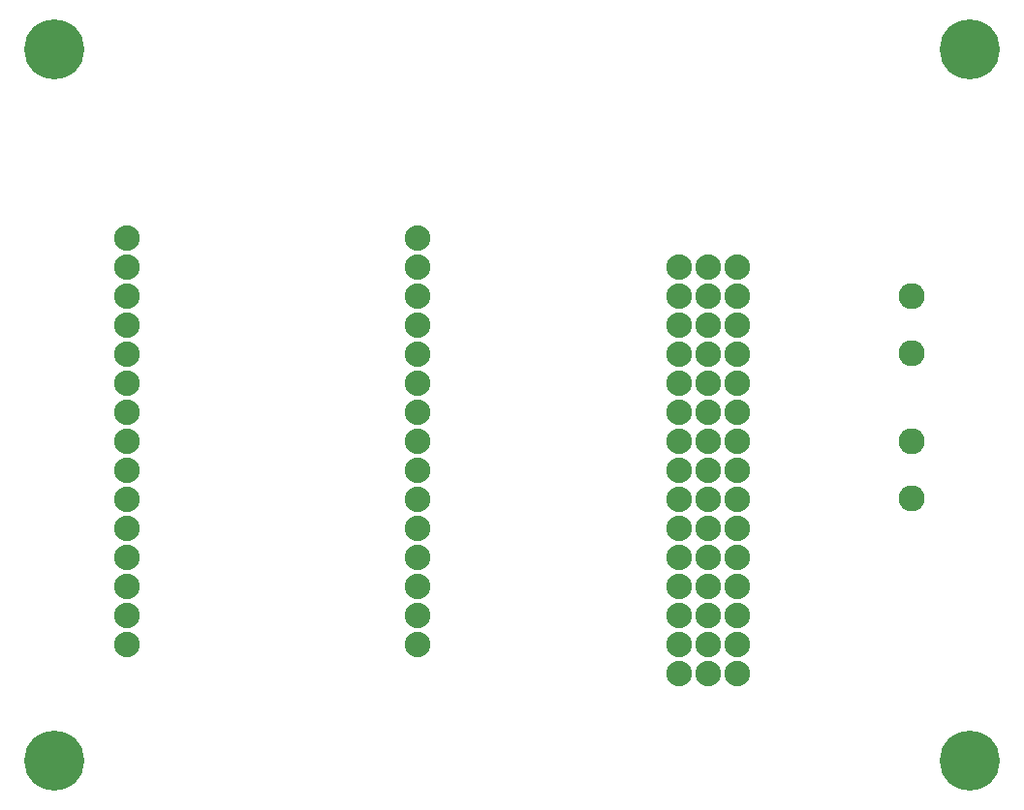
<source format=gbs>
G04 MADE WITH FRITZING*
G04 WWW.FRITZING.ORG*
G04 DOUBLE SIDED*
G04 HOLES PLATED*
G04 CONTOUR ON CENTER OF CONTOUR VECTOR*
%ASAXBY*%
%FSLAX23Y23*%
%MOIN*%
%OFA0B0*%
%SFA1.0B1.0*%
%ADD10C,0.206851*%
%ADD11C,0.088000*%
%ADD12C,0.090000*%
%LNMASK0*%
G90*
G70*
G54D10*
X144Y2597D03*
X144Y147D03*
X3294Y147D03*
X3294Y2597D03*
G54D11*
X1394Y1947D03*
X1394Y1847D03*
X1394Y1747D03*
X1394Y1647D03*
X1394Y1547D03*
X1394Y1447D03*
X1394Y1347D03*
X1394Y1247D03*
X1394Y1147D03*
X1394Y1047D03*
X1394Y947D03*
X1394Y847D03*
X1394Y747D03*
X1394Y647D03*
X1394Y547D03*
X394Y1947D03*
X394Y1847D03*
X394Y1747D03*
X394Y1647D03*
X394Y1547D03*
X394Y1447D03*
X394Y1347D03*
X394Y1247D03*
X394Y1147D03*
X394Y1047D03*
X394Y947D03*
X394Y847D03*
X394Y747D03*
X394Y647D03*
X394Y547D03*
X2494Y647D03*
X2394Y647D03*
X2294Y647D03*
X2494Y1647D03*
X2394Y1647D03*
X2294Y1647D03*
X2494Y1347D03*
X2394Y1347D03*
X2294Y1347D03*
X2494Y1747D03*
X2394Y1747D03*
X2294Y1747D03*
X2494Y1147D03*
X2394Y1147D03*
X2294Y1147D03*
X2494Y1247D03*
X2394Y1247D03*
X2294Y1247D03*
X2494Y1447D03*
X2394Y1447D03*
X2294Y1447D03*
X2494Y1547D03*
X2394Y1547D03*
X2294Y1547D03*
X2494Y1847D03*
X2394Y1847D03*
X2294Y1847D03*
X2494Y1047D03*
X2394Y1047D03*
X2294Y1047D03*
X2494Y947D03*
X2394Y947D03*
X2294Y947D03*
X2494Y547D03*
X2394Y547D03*
X2294Y547D03*
X2494Y447D03*
X2394Y447D03*
X2294Y447D03*
X2494Y847D03*
X2394Y847D03*
X2294Y847D03*
X2494Y747D03*
X2394Y747D03*
X2294Y747D03*
G54D12*
X3094Y1747D03*
X3094Y1551D03*
X3094Y1247D03*
X3094Y1051D03*
G04 End of Mask0*
M02*
</source>
